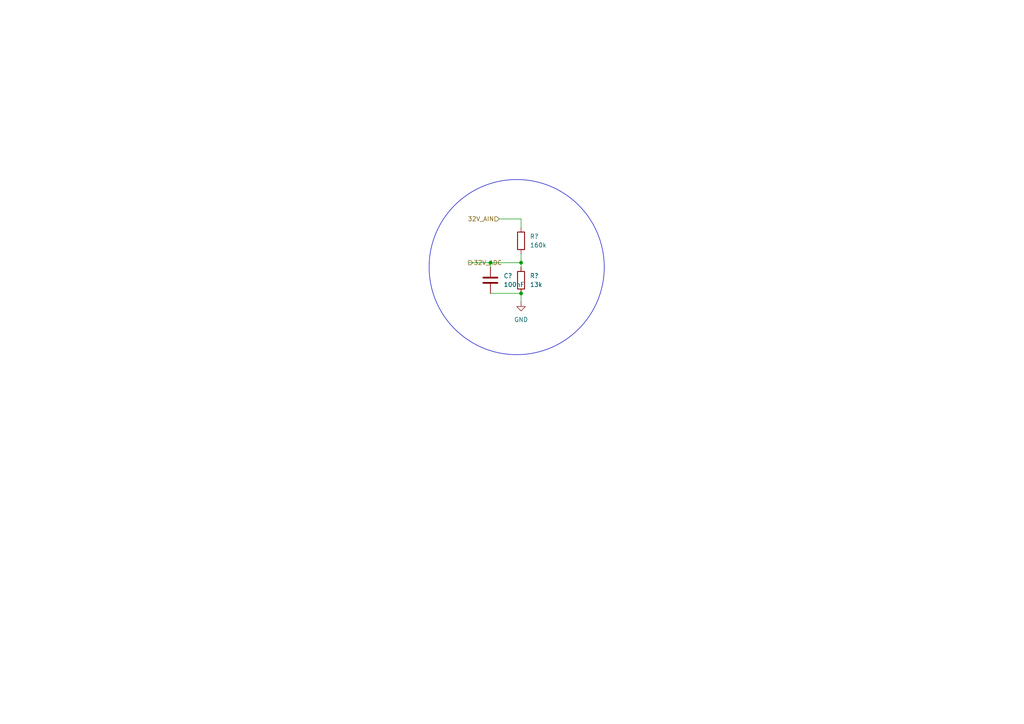
<source format=kicad_sch>
(kicad_sch
	(version 20250114)
	(generator "eeschema")
	(generator_version "9.0")
	(uuid "8061ec44-d203-4d1c-bffa-2cd26c925557")
	(paper "A4")
	(lib_symbols
		(symbol "Device:C"
			(pin_numbers
				(hide yes)
			)
			(pin_names
				(offset 0.254)
			)
			(exclude_from_sim no)
			(in_bom yes)
			(on_board yes)
			(property "Reference" "C"
				(at 0.635 2.54 0)
				(effects
					(font
						(size 1.27 1.27)
					)
					(justify left)
				)
			)
			(property "Value" "C"
				(at 0.635 -2.54 0)
				(effects
					(font
						(size 1.27 1.27)
					)
					(justify left)
				)
			)
			(property "Footprint" ""
				(at 0.9652 -3.81 0)
				(effects
					(font
						(size 1.27 1.27)
					)
					(hide yes)
				)
			)
			(property "Datasheet" "~"
				(at 0 0 0)
				(effects
					(font
						(size 1.27 1.27)
					)
					(hide yes)
				)
			)
			(property "Description" "Unpolarized capacitor"
				(at 0 0 0)
				(effects
					(font
						(size 1.27 1.27)
					)
					(hide yes)
				)
			)
			(property "ki_keywords" "cap capacitor"
				(at 0 0 0)
				(effects
					(font
						(size 1.27 1.27)
					)
					(hide yes)
				)
			)
			(property "ki_fp_filters" "C_*"
				(at 0 0 0)
				(effects
					(font
						(size 1.27 1.27)
					)
					(hide yes)
				)
			)
			(symbol "C_0_1"
				(polyline
					(pts
						(xy -2.032 0.762) (xy 2.032 0.762)
					)
					(stroke
						(width 0.508)
						(type default)
					)
					(fill
						(type none)
					)
				)
				(polyline
					(pts
						(xy -2.032 -0.762) (xy 2.032 -0.762)
					)
					(stroke
						(width 0.508)
						(type default)
					)
					(fill
						(type none)
					)
				)
			)
			(symbol "C_1_1"
				(pin passive line
					(at 0 3.81 270)
					(length 2.794)
					(name "~"
						(effects
							(font
								(size 1.27 1.27)
							)
						)
					)
					(number "1"
						(effects
							(font
								(size 1.27 1.27)
							)
						)
					)
				)
				(pin passive line
					(at 0 -3.81 90)
					(length 2.794)
					(name "~"
						(effects
							(font
								(size 1.27 1.27)
							)
						)
					)
					(number "2"
						(effects
							(font
								(size 1.27 1.27)
							)
						)
					)
				)
			)
			(embedded_fonts no)
		)
		(symbol "Device:R"
			(pin_numbers
				(hide yes)
			)
			(pin_names
				(offset 0)
			)
			(exclude_from_sim no)
			(in_bom yes)
			(on_board yes)
			(property "Reference" "R"
				(at 2.032 0 90)
				(effects
					(font
						(size 1.27 1.27)
					)
				)
			)
			(property "Value" "R"
				(at 0 0 90)
				(effects
					(font
						(size 1.27 1.27)
					)
				)
			)
			(property "Footprint" ""
				(at -1.778 0 90)
				(effects
					(font
						(size 1.27 1.27)
					)
					(hide yes)
				)
			)
			(property "Datasheet" "~"
				(at 0 0 0)
				(effects
					(font
						(size 1.27 1.27)
					)
					(hide yes)
				)
			)
			(property "Description" "Resistor"
				(at 0 0 0)
				(effects
					(font
						(size 1.27 1.27)
					)
					(hide yes)
				)
			)
			(property "ki_keywords" "R res resistor"
				(at 0 0 0)
				(effects
					(font
						(size 1.27 1.27)
					)
					(hide yes)
				)
			)
			(property "ki_fp_filters" "R_*"
				(at 0 0 0)
				(effects
					(font
						(size 1.27 1.27)
					)
					(hide yes)
				)
			)
			(symbol "R_0_1"
				(rectangle
					(start -1.016 -2.54)
					(end 1.016 2.54)
					(stroke
						(width 0.254)
						(type default)
					)
					(fill
						(type none)
					)
				)
			)
			(symbol "R_1_1"
				(pin passive line
					(at 0 3.81 270)
					(length 1.27)
					(name "~"
						(effects
							(font
								(size 1.27 1.27)
							)
						)
					)
					(number "1"
						(effects
							(font
								(size 1.27 1.27)
							)
						)
					)
				)
				(pin passive line
					(at 0 -3.81 90)
					(length 1.27)
					(name "~"
						(effects
							(font
								(size 1.27 1.27)
							)
						)
					)
					(number "2"
						(effects
							(font
								(size 1.27 1.27)
							)
						)
					)
				)
			)
			(embedded_fonts no)
		)
		(symbol "power:GND"
			(power)
			(pin_numbers
				(hide yes)
			)
			(pin_names
				(offset 0)
				(hide yes)
			)
			(exclude_from_sim no)
			(in_bom yes)
			(on_board yes)
			(property "Reference" "#PWR"
				(at 0 -6.35 0)
				(effects
					(font
						(size 1.27 1.27)
					)
					(hide yes)
				)
			)
			(property "Value" "GND"
				(at 0 -3.81 0)
				(effects
					(font
						(size 1.27 1.27)
					)
				)
			)
			(property "Footprint" ""
				(at 0 0 0)
				(effects
					(font
						(size 1.27 1.27)
					)
					(hide yes)
				)
			)
			(property "Datasheet" ""
				(at 0 0 0)
				(effects
					(font
						(size 1.27 1.27)
					)
					(hide yes)
				)
			)
			(property "Description" "Power symbol creates a global label with name \"GND\" , ground"
				(at 0 0 0)
				(effects
					(font
						(size 1.27 1.27)
					)
					(hide yes)
				)
			)
			(property "ki_keywords" "global power"
				(at 0 0 0)
				(effects
					(font
						(size 1.27 1.27)
					)
					(hide yes)
				)
			)
			(symbol "GND_0_1"
				(polyline
					(pts
						(xy 0 0) (xy 0 -1.27) (xy 1.27 -1.27) (xy 0 -2.54) (xy -1.27 -1.27) (xy 0 -1.27)
					)
					(stroke
						(width 0)
						(type default)
					)
					(fill
						(type none)
					)
				)
			)
			(symbol "GND_1_1"
				(pin power_in line
					(at 0 0 270)
					(length 0)
					(name "~"
						(effects
							(font
								(size 1.27 1.27)
							)
						)
					)
					(number "1"
						(effects
							(font
								(size 1.27 1.27)
							)
						)
					)
				)
			)
			(embedded_fonts no)
		)
	)
	(circle
		(center 149.86 77.47)
		(radius 25.4)
		(stroke
			(width 0)
			(type default)
		)
		(fill
			(type none)
		)
		(uuid 225e7771-6116-458b-baaa-4b3f8174035a)
	)
	(junction
		(at 151.13 76.2)
		(diameter 0)
		(color 0 0 0 0)
		(uuid "562ffa54-d449-416d-9879-e36e3f77dfa6")
	)
	(junction
		(at 151.13 85.09)
		(diameter 0)
		(color 0 0 0 0)
		(uuid "8c6dfa0c-511e-43a4-aa74-c2ad8aa814d2")
	)
	(junction
		(at 142.24 76.2)
		(diameter 0)
		(color 0 0 0 0)
		(uuid "f1c11084-e802-404d-810b-4d42c3b53d08")
	)
	(wire
		(pts
			(xy 142.24 76.2) (xy 135.89 76.2)
		)
		(stroke
			(width 0)
			(type default)
		)
		(uuid "07ec1fa9-d1d9-4b22-aa5f-1394400e3dc7")
	)
	(wire
		(pts
			(xy 151.13 76.2) (xy 151.13 77.47)
		)
		(stroke
			(width 0)
			(type default)
		)
		(uuid "09dfcefb-a177-44e6-b2e0-ba9ca5194dce")
	)
	(wire
		(pts
			(xy 151.13 85.09) (xy 151.13 87.63)
		)
		(stroke
			(width 0)
			(type default)
		)
		(uuid "30aa79f5-eef2-4580-8d1a-028b67113dfb")
	)
	(wire
		(pts
			(xy 151.13 73.66) (xy 151.13 76.2)
		)
		(stroke
			(width 0)
			(type default)
		)
		(uuid "36346d8f-607b-4a6d-bdc2-80dac512f159")
	)
	(wire
		(pts
			(xy 142.24 77.47) (xy 142.24 76.2)
		)
		(stroke
			(width 0)
			(type default)
		)
		(uuid "3fe5da52-f76b-4d84-9b1e-ad5653ab803e")
	)
	(wire
		(pts
			(xy 142.24 76.2) (xy 151.13 76.2)
		)
		(stroke
			(width 0)
			(type default)
		)
		(uuid "42d3a5d2-2851-410f-98d0-48e993429d96")
	)
	(wire
		(pts
			(xy 151.13 63.5) (xy 151.13 66.04)
		)
		(stroke
			(width 0)
			(type default)
		)
		(uuid "7ba816b8-904f-4aed-8686-2fdd256adc58")
	)
	(wire
		(pts
			(xy 144.78 63.5) (xy 151.13 63.5)
		)
		(stroke
			(width 0)
			(type default)
		)
		(uuid "b6f73799-6fea-4f0d-9e55-10f13097b4aa")
	)
	(wire
		(pts
			(xy 151.13 85.09) (xy 142.24 85.09)
		)
		(stroke
			(width 0)
			(type default)
		)
		(uuid "ed366f48-a976-43e4-9442-2f197c9a32e6")
	)
	(hierarchical_label "32V_ADC"
		(shape output)
		(at 135.89 76.2 0)
		(effects
			(font
				(size 1.27 1.27)
			)
			(justify left)
		)
		(uuid "1f238f46-e54d-4d64-8f34-7283bebda459")
	)
	(hierarchical_label "32V_AIN"
		(shape input)
		(at 144.78 63.5 180)
		(effects
			(font
				(size 1.27 1.27)
			)
			(justify right)
		)
		(uuid "8498ce2b-84cf-447f-aa25-9bba7248daf0")
	)
	(symbol
		(lib_id "Device:R")
		(at 151.13 81.28 0)
		(unit 1)
		(exclude_from_sim no)
		(in_bom yes)
		(on_board yes)
		(dnp no)
		(fields_autoplaced yes)
		(uuid "50f9a81f-7aaf-4206-ab81-7a58f4bdd139")
		(property "Reference" "R?"
			(at 153.67 80.0099 0)
			(effects
				(font
					(size 1.27 1.27)
				)
				(justify left)
			)
		)
		(property "Value" "13k"
			(at 153.67 82.5499 0)
			(effects
				(font
					(size 1.27 1.27)
				)
				(justify left)
			)
		)
		(property "Footprint" "Resistor_SMD:R_0603_1608Metric"
			(at 149.352 81.28 90)
			(effects
				(font
					(size 1.27 1.27)
				)
				(hide yes)
			)
		)
		(property "Datasheet" "~"
			(at 151.13 81.28 0)
			(effects
				(font
					(size 1.27 1.27)
				)
				(hide yes)
			)
		)
		(property "Description" "Resistor"
			(at 151.13 81.28 0)
			(effects
				(font
					(size 1.27 1.27)
				)
				(hide yes)
			)
		)
		(pin "1"
			(uuid "81e421c0-15bd-42be-bf84-ec836dd2943f")
		)
		(pin "2"
			(uuid "46012b1e-b9e0-4155-b870-61d4fa464ba4")
		)
		(instances
			(project "Entrada_32v"
				(path "/8061ec44-d203-4d1c-bffa-2cd26c925557"
					(reference "R?")
					(unit 1)
				)
			)
			(project ""
				(path "/8290cc18-06d0-4e02-a781-29a61ebc321a/9e4d7a0c-a5eb-4e88-9036-0c35e68b279a/addf1e1e-f652-4279-8cba-01ccd2e4a395"
					(reference "R22")
					(unit 1)
				)
			)
			(project "NIVARA_ZorionX_BOARD"
				(path "/8e19332e-3534-4a04-99a8-04957ac8928f/addf1e1e-f652-4279-8cba-01ccd2e4a395"
					(reference "R?")
					(unit 1)
				)
			)
		)
	)
	(symbol
		(lib_id "Device:C")
		(at 142.24 81.28 0)
		(unit 1)
		(exclude_from_sim no)
		(in_bom yes)
		(on_board yes)
		(dnp no)
		(fields_autoplaced yes)
		(uuid "c33bfa7b-4383-4d46-a754-7a3ff49e2ffe")
		(property "Reference" "C?"
			(at 146.05 80.0099 0)
			(effects
				(font
					(size 1.27 1.27)
				)
				(justify left)
			)
		)
		(property "Value" "100nF"
			(at 146.05 82.5499 0)
			(effects
				(font
					(size 1.27 1.27)
				)
				(justify left)
			)
		)
		(property "Footprint" "Capacitor_SMD:C_0805_2012Metric"
			(at 143.2052 85.09 0)
			(effects
				(font
					(size 1.27 1.27)
				)
				(hide yes)
			)
		)
		(property "Datasheet" "~"
			(at 142.24 81.28 0)
			(effects
				(font
					(size 1.27 1.27)
				)
				(hide yes)
			)
		)
		(property "Description" "Unpolarized capacitor"
			(at 142.24 81.28 0)
			(effects
				(font
					(size 1.27 1.27)
				)
				(hide yes)
			)
		)
		(pin "2"
			(uuid "77dd6296-d843-4e4b-919a-07527a448ab4")
		)
		(pin "1"
			(uuid "087abdd6-ed69-4ee7-88d8-0ac3e998d9a6")
		)
		(instances
			(project "Entrada_32v"
				(path "/8061ec44-d203-4d1c-bffa-2cd26c925557"
					(reference "C?")
					(unit 1)
				)
			)
			(project ""
				(path "/8290cc18-06d0-4e02-a781-29a61ebc321a/9e4d7a0c-a5eb-4e88-9036-0c35e68b279a/addf1e1e-f652-4279-8cba-01ccd2e4a395"
					(reference "C9")
					(unit 1)
				)
			)
			(project "NIVARA_ZorionX_BOARD"
				(path "/8e19332e-3534-4a04-99a8-04957ac8928f/addf1e1e-f652-4279-8cba-01ccd2e4a395"
					(reference "C?")
					(unit 1)
				)
			)
		)
	)
	(symbol
		(lib_id "power:GND")
		(at 151.13 87.63 0)
		(unit 1)
		(exclude_from_sim no)
		(in_bom yes)
		(on_board yes)
		(dnp no)
		(fields_autoplaced yes)
		(uuid "d1d3f744-feb9-4d5c-a72c-75aca6c04e01")
		(property "Reference" "#PWR?"
			(at 151.13 93.98 0)
			(effects
				(font
					(size 1.27 1.27)
				)
				(hide yes)
			)
		)
		(property "Value" "GND"
			(at 151.13 92.71 0)
			(effects
				(font
					(size 1.27 1.27)
				)
			)
		)
		(property "Footprint" ""
			(at 151.13 87.63 0)
			(effects
				(font
					(size 1.27 1.27)
				)
				(hide yes)
			)
		)
		(property "Datasheet" ""
			(at 151.13 87.63 0)
			(effects
				(font
					(size 1.27 1.27)
				)
				(hide yes)
			)
		)
		(property "Description" "Power symbol creates a global label with name \"GND\" , ground"
			(at 151.13 87.63 0)
			(effects
				(font
					(size 1.27 1.27)
				)
				(hide yes)
			)
		)
		(pin "1"
			(uuid "1c8b088f-f467-49a7-ae8f-332d6f095026")
		)
		(instances
			(project "Entrada_32v"
				(path "/8061ec44-d203-4d1c-bffa-2cd26c925557"
					(reference "#PWR?")
					(unit 1)
				)
			)
			(project ""
				(path "/8290cc18-06d0-4e02-a781-29a61ebc321a/9e4d7a0c-a5eb-4e88-9036-0c35e68b279a/addf1e1e-f652-4279-8cba-01ccd2e4a395"
					(reference "#PWR049")
					(unit 1)
				)
			)
			(project "NIVARA_ZorionX_BOARD"
				(path "/8e19332e-3534-4a04-99a8-04957ac8928f/addf1e1e-f652-4279-8cba-01ccd2e4a395"
					(reference "#PWR?")
					(unit 1)
				)
			)
		)
	)
	(symbol
		(lib_id "Device:R")
		(at 151.13 69.85 0)
		(unit 1)
		(exclude_from_sim no)
		(in_bom yes)
		(on_board yes)
		(dnp no)
		(fields_autoplaced yes)
		(uuid "edd213ec-2e81-47e1-9190-a54ad7c2850d")
		(property "Reference" "R?"
			(at 153.67 68.5799 0)
			(effects
				(font
					(size 1.27 1.27)
				)
				(justify left)
			)
		)
		(property "Value" "160k"
			(at 153.67 71.1199 0)
			(effects
				(font
					(size 1.27 1.27)
				)
				(justify left)
			)
		)
		(property "Footprint" "Resistor_SMD:R_0603_1608Metric"
			(at 149.352 69.85 90)
			(effects
				(font
					(size 1.27 1.27)
				)
				(hide yes)
			)
		)
		(property "Datasheet" "~"
			(at 151.13 69.85 0)
			(effects
				(font
					(size 1.27 1.27)
				)
				(hide yes)
			)
		)
		(property "Description" "Resistor"
			(at 151.13 69.85 0)
			(effects
				(font
					(size 1.27 1.27)
				)
				(hide yes)
			)
		)
		(pin "1"
			(uuid "8650b03b-87c3-4af6-ab6f-8f8b53a47bd4")
		)
		(pin "2"
			(uuid "c5c60dba-cf8c-4263-98ef-8d628c9eaf5b")
		)
		(instances
			(project "Entrada_32v"
				(path "/8061ec44-d203-4d1c-bffa-2cd26c925557"
					(reference "R?")
					(unit 1)
				)
			)
			(project ""
				(path "/8290cc18-06d0-4e02-a781-29a61ebc321a/9e4d7a0c-a5eb-4e88-9036-0c35e68b279a/addf1e1e-f652-4279-8cba-01ccd2e4a395"
					(reference "R21")
					(unit 1)
				)
			)
			(project "NIVARA_ZorionX_BOARD"
				(path "/8e19332e-3534-4a04-99a8-04957ac8928f/addf1e1e-f652-4279-8cba-01ccd2e4a395"
					(reference "R?")
					(unit 1)
				)
			)
		)
	)
	(sheet_instances
		(path "/"
			(page "1")
		)
	)
	(embedded_fonts no)
)

</source>
